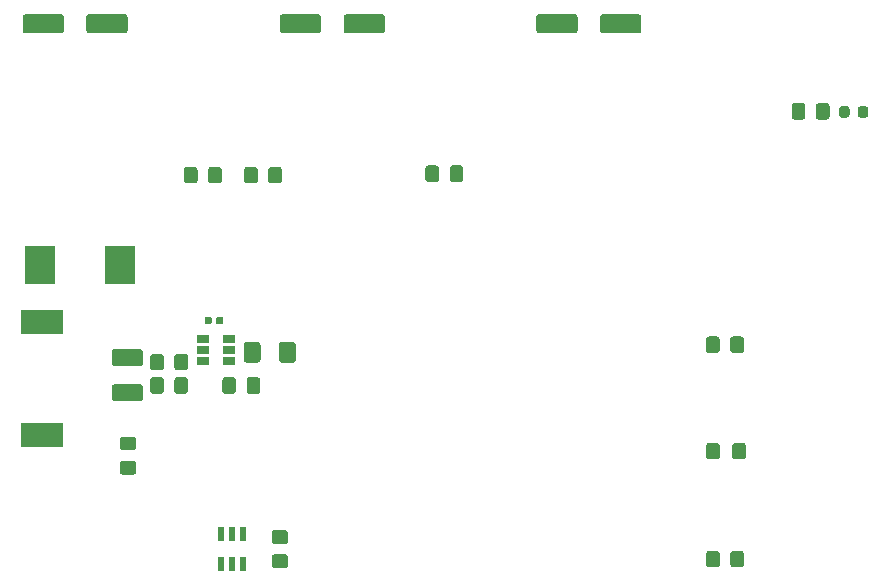
<source format=gbr>
G04 #@! TF.GenerationSoftware,KiCad,Pcbnew,5.1.5*
G04 #@! TF.CreationDate,2020-07-04T13:20:11+02:00*
G04 #@! TF.ProjectId,GECAUF,47454341-5546-42e6-9b69-6361645f7063,1.0*
G04 #@! TF.SameCoordinates,Original*
G04 #@! TF.FileFunction,Paste,Top*
G04 #@! TF.FilePolarity,Positive*
%FSLAX46Y46*%
G04 Gerber Fmt 4.6, Leading zero omitted, Abs format (unit mm)*
G04 Created by KiCad (PCBNEW 5.1.5) date 2020-07-04 13:20:11*
%MOMM*%
%LPD*%
G04 APERTURE LIST*
%ADD10C,0.100000*%
%ADD11R,2.500000X3.300000*%
%ADD12R,3.600000X2.000000*%
%ADD13R,1.060000X0.650000*%
%ADD14R,0.580000X1.210000*%
G04 APERTURE END LIST*
D10*
G36*
X169901905Y-121526004D02*
G01*
X169926173Y-121529604D01*
X169949972Y-121535565D01*
X169973071Y-121543830D01*
X169995250Y-121554320D01*
X170016293Y-121566932D01*
X170035999Y-121581547D01*
X170054177Y-121598023D01*
X170070653Y-121616201D01*
X170085268Y-121635907D01*
X170097880Y-121656950D01*
X170108370Y-121679129D01*
X170116635Y-121702228D01*
X170122596Y-121726027D01*
X170126196Y-121750295D01*
X170127400Y-121774799D01*
X170127400Y-122674801D01*
X170126196Y-122699305D01*
X170122596Y-122723573D01*
X170116635Y-122747372D01*
X170108370Y-122770471D01*
X170097880Y-122792650D01*
X170085268Y-122813693D01*
X170070653Y-122833399D01*
X170054177Y-122851577D01*
X170035999Y-122868053D01*
X170016293Y-122882668D01*
X169995250Y-122895280D01*
X169973071Y-122905770D01*
X169949972Y-122914035D01*
X169926173Y-122919996D01*
X169901905Y-122923596D01*
X169877401Y-122924800D01*
X169227399Y-122924800D01*
X169202895Y-122923596D01*
X169178627Y-122919996D01*
X169154828Y-122914035D01*
X169131729Y-122905770D01*
X169109550Y-122895280D01*
X169088507Y-122882668D01*
X169068801Y-122868053D01*
X169050623Y-122851577D01*
X169034147Y-122833399D01*
X169019532Y-122813693D01*
X169006920Y-122792650D01*
X168996430Y-122770471D01*
X168988165Y-122747372D01*
X168982204Y-122723573D01*
X168978604Y-122699305D01*
X168977400Y-122674801D01*
X168977400Y-121774799D01*
X168978604Y-121750295D01*
X168982204Y-121726027D01*
X168988165Y-121702228D01*
X168996430Y-121679129D01*
X169006920Y-121656950D01*
X169019532Y-121635907D01*
X169034147Y-121616201D01*
X169050623Y-121598023D01*
X169068801Y-121581547D01*
X169088507Y-121566932D01*
X169109550Y-121554320D01*
X169131729Y-121543830D01*
X169154828Y-121535565D01*
X169178627Y-121529604D01*
X169202895Y-121526004D01*
X169227399Y-121524800D01*
X169877401Y-121524800D01*
X169901905Y-121526004D01*
G37*
G36*
X171951905Y-121526004D02*
G01*
X171976173Y-121529604D01*
X171999972Y-121535565D01*
X172023071Y-121543830D01*
X172045250Y-121554320D01*
X172066293Y-121566932D01*
X172085999Y-121581547D01*
X172104177Y-121598023D01*
X172120653Y-121616201D01*
X172135268Y-121635907D01*
X172147880Y-121656950D01*
X172158370Y-121679129D01*
X172166635Y-121702228D01*
X172172596Y-121726027D01*
X172176196Y-121750295D01*
X172177400Y-121774799D01*
X172177400Y-122674801D01*
X172176196Y-122699305D01*
X172172596Y-122723573D01*
X172166635Y-122747372D01*
X172158370Y-122770471D01*
X172147880Y-122792650D01*
X172135268Y-122813693D01*
X172120653Y-122833399D01*
X172104177Y-122851577D01*
X172085999Y-122868053D01*
X172066293Y-122882668D01*
X172045250Y-122895280D01*
X172023071Y-122905770D01*
X171999972Y-122914035D01*
X171976173Y-122919996D01*
X171951905Y-122923596D01*
X171927401Y-122924800D01*
X171277399Y-122924800D01*
X171252895Y-122923596D01*
X171228627Y-122919996D01*
X171204828Y-122914035D01*
X171181729Y-122905770D01*
X171159550Y-122895280D01*
X171138507Y-122882668D01*
X171118801Y-122868053D01*
X171100623Y-122851577D01*
X171084147Y-122833399D01*
X171069532Y-122813693D01*
X171056920Y-122792650D01*
X171046430Y-122770471D01*
X171038165Y-122747372D01*
X171032204Y-122723573D01*
X171028604Y-122699305D01*
X171027400Y-122674801D01*
X171027400Y-121774799D01*
X171028604Y-121750295D01*
X171032204Y-121726027D01*
X171038165Y-121702228D01*
X171046430Y-121679129D01*
X171056920Y-121656950D01*
X171069532Y-121635907D01*
X171084147Y-121616201D01*
X171100623Y-121598023D01*
X171118801Y-121581547D01*
X171138507Y-121566932D01*
X171159550Y-121554320D01*
X171181729Y-121543830D01*
X171204828Y-121535565D01*
X171228627Y-121529604D01*
X171252895Y-121526004D01*
X171277399Y-121524800D01*
X171927401Y-121524800D01*
X171951905Y-121526004D01*
G37*
G36*
X123777004Y-141747204D02*
G01*
X123801273Y-141750804D01*
X123825071Y-141756765D01*
X123848171Y-141765030D01*
X123870349Y-141775520D01*
X123891393Y-141788133D01*
X123911098Y-141802747D01*
X123929277Y-141819223D01*
X123945753Y-141837402D01*
X123960367Y-141857107D01*
X123972980Y-141878151D01*
X123983470Y-141900329D01*
X123991735Y-141923429D01*
X123997696Y-141947227D01*
X124001296Y-141971496D01*
X124002500Y-141996000D01*
X124002500Y-143246000D01*
X124001296Y-143270504D01*
X123997696Y-143294773D01*
X123991735Y-143318571D01*
X123983470Y-143341671D01*
X123972980Y-143363849D01*
X123960367Y-143384893D01*
X123945753Y-143404598D01*
X123929277Y-143422777D01*
X123911098Y-143439253D01*
X123891393Y-143453867D01*
X123870349Y-143466480D01*
X123848171Y-143476970D01*
X123825071Y-143485235D01*
X123801273Y-143491196D01*
X123777004Y-143494796D01*
X123752500Y-143496000D01*
X122827500Y-143496000D01*
X122802996Y-143494796D01*
X122778727Y-143491196D01*
X122754929Y-143485235D01*
X122731829Y-143476970D01*
X122709651Y-143466480D01*
X122688607Y-143453867D01*
X122668902Y-143439253D01*
X122650723Y-143422777D01*
X122634247Y-143404598D01*
X122619633Y-143384893D01*
X122607020Y-143363849D01*
X122596530Y-143341671D01*
X122588265Y-143318571D01*
X122582304Y-143294773D01*
X122578704Y-143270504D01*
X122577500Y-143246000D01*
X122577500Y-141996000D01*
X122578704Y-141971496D01*
X122582304Y-141947227D01*
X122588265Y-141923429D01*
X122596530Y-141900329D01*
X122607020Y-141878151D01*
X122619633Y-141857107D01*
X122634247Y-141837402D01*
X122650723Y-141819223D01*
X122668902Y-141802747D01*
X122688607Y-141788133D01*
X122709651Y-141775520D01*
X122731829Y-141765030D01*
X122754929Y-141756765D01*
X122778727Y-141750804D01*
X122802996Y-141747204D01*
X122827500Y-141746000D01*
X123752500Y-141746000D01*
X123777004Y-141747204D01*
G37*
G36*
X126752004Y-141747204D02*
G01*
X126776273Y-141750804D01*
X126800071Y-141756765D01*
X126823171Y-141765030D01*
X126845349Y-141775520D01*
X126866393Y-141788133D01*
X126886098Y-141802747D01*
X126904277Y-141819223D01*
X126920753Y-141837402D01*
X126935367Y-141857107D01*
X126947980Y-141878151D01*
X126958470Y-141900329D01*
X126966735Y-141923429D01*
X126972696Y-141947227D01*
X126976296Y-141971496D01*
X126977500Y-141996000D01*
X126977500Y-143246000D01*
X126976296Y-143270504D01*
X126972696Y-143294773D01*
X126966735Y-143318571D01*
X126958470Y-143341671D01*
X126947980Y-143363849D01*
X126935367Y-143384893D01*
X126920753Y-143404598D01*
X126904277Y-143422777D01*
X126886098Y-143439253D01*
X126866393Y-143453867D01*
X126845349Y-143466480D01*
X126823171Y-143476970D01*
X126800071Y-143485235D01*
X126776273Y-143491196D01*
X126752004Y-143494796D01*
X126727500Y-143496000D01*
X125802500Y-143496000D01*
X125777996Y-143494796D01*
X125753727Y-143491196D01*
X125729929Y-143485235D01*
X125706829Y-143476970D01*
X125684651Y-143466480D01*
X125663607Y-143453867D01*
X125643902Y-143439253D01*
X125625723Y-143422777D01*
X125609247Y-143404598D01*
X125594633Y-143384893D01*
X125582020Y-143363849D01*
X125571530Y-143341671D01*
X125563265Y-143318571D01*
X125557304Y-143294773D01*
X125553704Y-143270504D01*
X125552500Y-143246000D01*
X125552500Y-141996000D01*
X125553704Y-141971496D01*
X125557304Y-141947227D01*
X125563265Y-141923429D01*
X125571530Y-141900329D01*
X125582020Y-141878151D01*
X125594633Y-141857107D01*
X125609247Y-141837402D01*
X125625723Y-141819223D01*
X125643902Y-141802747D01*
X125663607Y-141788133D01*
X125684651Y-141775520D01*
X125706829Y-141765030D01*
X125729929Y-141756765D01*
X125753727Y-141750804D01*
X125777996Y-141747204D01*
X125802500Y-141746000D01*
X126727500Y-141746000D01*
X126752004Y-141747204D01*
G37*
G36*
X119727658Y-139619470D02*
G01*
X119741976Y-139621594D01*
X119756017Y-139625111D01*
X119769646Y-139629988D01*
X119782731Y-139636177D01*
X119795147Y-139643618D01*
X119806773Y-139652241D01*
X119817498Y-139661962D01*
X119827219Y-139672687D01*
X119835842Y-139684313D01*
X119843283Y-139696729D01*
X119849472Y-139709814D01*
X119854349Y-139723443D01*
X119857866Y-139737484D01*
X119859990Y-139751802D01*
X119860700Y-139766260D01*
X119860700Y-140111260D01*
X119859990Y-140125718D01*
X119857866Y-140140036D01*
X119854349Y-140154077D01*
X119849472Y-140167706D01*
X119843283Y-140180791D01*
X119835842Y-140193207D01*
X119827219Y-140204833D01*
X119817498Y-140215558D01*
X119806773Y-140225279D01*
X119795147Y-140233902D01*
X119782731Y-140241343D01*
X119769646Y-140247532D01*
X119756017Y-140252409D01*
X119741976Y-140255926D01*
X119727658Y-140258050D01*
X119713200Y-140258760D01*
X119418200Y-140258760D01*
X119403742Y-140258050D01*
X119389424Y-140255926D01*
X119375383Y-140252409D01*
X119361754Y-140247532D01*
X119348669Y-140241343D01*
X119336253Y-140233902D01*
X119324627Y-140225279D01*
X119313902Y-140215558D01*
X119304181Y-140204833D01*
X119295558Y-140193207D01*
X119288117Y-140180791D01*
X119281928Y-140167706D01*
X119277051Y-140154077D01*
X119273534Y-140140036D01*
X119271410Y-140125718D01*
X119270700Y-140111260D01*
X119270700Y-139766260D01*
X119271410Y-139751802D01*
X119273534Y-139737484D01*
X119277051Y-139723443D01*
X119281928Y-139709814D01*
X119288117Y-139696729D01*
X119295558Y-139684313D01*
X119304181Y-139672687D01*
X119313902Y-139661962D01*
X119324627Y-139652241D01*
X119336253Y-139643618D01*
X119348669Y-139636177D01*
X119361754Y-139629988D01*
X119375383Y-139625111D01*
X119389424Y-139621594D01*
X119403742Y-139619470D01*
X119418200Y-139618760D01*
X119713200Y-139618760D01*
X119727658Y-139619470D01*
G37*
G36*
X120697658Y-139619470D02*
G01*
X120711976Y-139621594D01*
X120726017Y-139625111D01*
X120739646Y-139629988D01*
X120752731Y-139636177D01*
X120765147Y-139643618D01*
X120776773Y-139652241D01*
X120787498Y-139661962D01*
X120797219Y-139672687D01*
X120805842Y-139684313D01*
X120813283Y-139696729D01*
X120819472Y-139709814D01*
X120824349Y-139723443D01*
X120827866Y-139737484D01*
X120829990Y-139751802D01*
X120830700Y-139766260D01*
X120830700Y-140111260D01*
X120829990Y-140125718D01*
X120827866Y-140140036D01*
X120824349Y-140154077D01*
X120819472Y-140167706D01*
X120813283Y-140180791D01*
X120805842Y-140193207D01*
X120797219Y-140204833D01*
X120787498Y-140215558D01*
X120776773Y-140225279D01*
X120765147Y-140233902D01*
X120752731Y-140241343D01*
X120739646Y-140247532D01*
X120726017Y-140252409D01*
X120711976Y-140255926D01*
X120697658Y-140258050D01*
X120683200Y-140258760D01*
X120388200Y-140258760D01*
X120373742Y-140258050D01*
X120359424Y-140255926D01*
X120345383Y-140252409D01*
X120331754Y-140247532D01*
X120318669Y-140241343D01*
X120306253Y-140233902D01*
X120294627Y-140225279D01*
X120283902Y-140215558D01*
X120274181Y-140204833D01*
X120265558Y-140193207D01*
X120258117Y-140180791D01*
X120251928Y-140167706D01*
X120247051Y-140154077D01*
X120243534Y-140140036D01*
X120241410Y-140125718D01*
X120240700Y-140111260D01*
X120240700Y-139766260D01*
X120241410Y-139751802D01*
X120243534Y-139737484D01*
X120247051Y-139723443D01*
X120251928Y-139709814D01*
X120258117Y-139696729D01*
X120265558Y-139684313D01*
X120274181Y-139672687D01*
X120283902Y-139661962D01*
X120294627Y-139652241D01*
X120306253Y-139643618D01*
X120318669Y-139636177D01*
X120331754Y-139629988D01*
X120345383Y-139625111D01*
X120359424Y-139621594D01*
X120373742Y-139619470D01*
X120388200Y-139618760D01*
X120683200Y-139618760D01*
X120697658Y-139619470D01*
G37*
G36*
X113812004Y-145338704D02*
G01*
X113836273Y-145342304D01*
X113860071Y-145348265D01*
X113883171Y-145356530D01*
X113905349Y-145367020D01*
X113926393Y-145379633D01*
X113946098Y-145394247D01*
X113964277Y-145410723D01*
X113980753Y-145428902D01*
X113995367Y-145448607D01*
X114007980Y-145469651D01*
X114018470Y-145491829D01*
X114026735Y-145514929D01*
X114032696Y-145538727D01*
X114036296Y-145562996D01*
X114037500Y-145587500D01*
X114037500Y-146512500D01*
X114036296Y-146537004D01*
X114032696Y-146561273D01*
X114026735Y-146585071D01*
X114018470Y-146608171D01*
X114007980Y-146630349D01*
X113995367Y-146651393D01*
X113980753Y-146671098D01*
X113964277Y-146689277D01*
X113946098Y-146705753D01*
X113926393Y-146720367D01*
X113905349Y-146732980D01*
X113883171Y-146743470D01*
X113860071Y-146751735D01*
X113836273Y-146757696D01*
X113812004Y-146761296D01*
X113787500Y-146762500D01*
X111637500Y-146762500D01*
X111612996Y-146761296D01*
X111588727Y-146757696D01*
X111564929Y-146751735D01*
X111541829Y-146743470D01*
X111519651Y-146732980D01*
X111498607Y-146720367D01*
X111478902Y-146705753D01*
X111460723Y-146689277D01*
X111444247Y-146671098D01*
X111429633Y-146651393D01*
X111417020Y-146630349D01*
X111406530Y-146608171D01*
X111398265Y-146585071D01*
X111392304Y-146561273D01*
X111388704Y-146537004D01*
X111387500Y-146512500D01*
X111387500Y-145587500D01*
X111388704Y-145562996D01*
X111392304Y-145538727D01*
X111398265Y-145514929D01*
X111406530Y-145491829D01*
X111417020Y-145469651D01*
X111429633Y-145448607D01*
X111444247Y-145428902D01*
X111460723Y-145410723D01*
X111478902Y-145394247D01*
X111498607Y-145379633D01*
X111519651Y-145367020D01*
X111541829Y-145356530D01*
X111564929Y-145348265D01*
X111588727Y-145342304D01*
X111612996Y-145338704D01*
X111637500Y-145337500D01*
X113787500Y-145337500D01*
X113812004Y-145338704D01*
G37*
G36*
X113812004Y-142363704D02*
G01*
X113836273Y-142367304D01*
X113860071Y-142373265D01*
X113883171Y-142381530D01*
X113905349Y-142392020D01*
X113926393Y-142404633D01*
X113946098Y-142419247D01*
X113964277Y-142435723D01*
X113980753Y-142453902D01*
X113995367Y-142473607D01*
X114007980Y-142494651D01*
X114018470Y-142516829D01*
X114026735Y-142539929D01*
X114032696Y-142563727D01*
X114036296Y-142587996D01*
X114037500Y-142612500D01*
X114037500Y-143537500D01*
X114036296Y-143562004D01*
X114032696Y-143586273D01*
X114026735Y-143610071D01*
X114018470Y-143633171D01*
X114007980Y-143655349D01*
X113995367Y-143676393D01*
X113980753Y-143696098D01*
X113964277Y-143714277D01*
X113946098Y-143730753D01*
X113926393Y-143745367D01*
X113905349Y-143757980D01*
X113883171Y-143768470D01*
X113860071Y-143776735D01*
X113836273Y-143782696D01*
X113812004Y-143786296D01*
X113787500Y-143787500D01*
X111637500Y-143787500D01*
X111612996Y-143786296D01*
X111588727Y-143782696D01*
X111564929Y-143776735D01*
X111541829Y-143768470D01*
X111519651Y-143757980D01*
X111498607Y-143745367D01*
X111478902Y-143730753D01*
X111460723Y-143714277D01*
X111444247Y-143696098D01*
X111429633Y-143676393D01*
X111417020Y-143655349D01*
X111406530Y-143633171D01*
X111398265Y-143610071D01*
X111392304Y-143586273D01*
X111388704Y-143562004D01*
X111387500Y-143537500D01*
X111387500Y-142612500D01*
X111388704Y-142587996D01*
X111392304Y-142563727D01*
X111398265Y-142539929D01*
X111406530Y-142516829D01*
X111417020Y-142494651D01*
X111429633Y-142473607D01*
X111444247Y-142453902D01*
X111460723Y-142435723D01*
X111478902Y-142419247D01*
X111498607Y-142404633D01*
X111519651Y-142392020D01*
X111541829Y-142381530D01*
X111564929Y-142373265D01*
X111588727Y-142367304D01*
X111612996Y-142363704D01*
X111637500Y-142362500D01*
X113787500Y-142362500D01*
X113812004Y-142363704D01*
G37*
G36*
X150622504Y-114009204D02*
G01*
X150646773Y-114012804D01*
X150670571Y-114018765D01*
X150693671Y-114027030D01*
X150715849Y-114037520D01*
X150736893Y-114050133D01*
X150756598Y-114064747D01*
X150774777Y-114081223D01*
X150791253Y-114099402D01*
X150805867Y-114119107D01*
X150818480Y-114140151D01*
X150828970Y-114162329D01*
X150837235Y-114185429D01*
X150843196Y-114209227D01*
X150846796Y-114233496D01*
X150848000Y-114258000D01*
X150848000Y-115358000D01*
X150846796Y-115382504D01*
X150843196Y-115406773D01*
X150837235Y-115430571D01*
X150828970Y-115453671D01*
X150818480Y-115475849D01*
X150805867Y-115496893D01*
X150791253Y-115516598D01*
X150774777Y-115534777D01*
X150756598Y-115551253D01*
X150736893Y-115565867D01*
X150715849Y-115578480D01*
X150693671Y-115588970D01*
X150670571Y-115597235D01*
X150646773Y-115603196D01*
X150622504Y-115606796D01*
X150598000Y-115608000D01*
X147598000Y-115608000D01*
X147573496Y-115606796D01*
X147549227Y-115603196D01*
X147525429Y-115597235D01*
X147502329Y-115588970D01*
X147480151Y-115578480D01*
X147459107Y-115565867D01*
X147439402Y-115551253D01*
X147421223Y-115534777D01*
X147404747Y-115516598D01*
X147390133Y-115496893D01*
X147377520Y-115475849D01*
X147367030Y-115453671D01*
X147358765Y-115430571D01*
X147352804Y-115406773D01*
X147349204Y-115382504D01*
X147348000Y-115358000D01*
X147348000Y-114258000D01*
X147349204Y-114233496D01*
X147352804Y-114209227D01*
X147358765Y-114185429D01*
X147367030Y-114162329D01*
X147377520Y-114140151D01*
X147390133Y-114119107D01*
X147404747Y-114099402D01*
X147421223Y-114081223D01*
X147439402Y-114064747D01*
X147459107Y-114050133D01*
X147480151Y-114037520D01*
X147502329Y-114027030D01*
X147525429Y-114018765D01*
X147549227Y-114012804D01*
X147573496Y-114009204D01*
X147598000Y-114008000D01*
X150598000Y-114008000D01*
X150622504Y-114009204D01*
G37*
G36*
X156022504Y-114009204D02*
G01*
X156046773Y-114012804D01*
X156070571Y-114018765D01*
X156093671Y-114027030D01*
X156115849Y-114037520D01*
X156136893Y-114050133D01*
X156156598Y-114064747D01*
X156174777Y-114081223D01*
X156191253Y-114099402D01*
X156205867Y-114119107D01*
X156218480Y-114140151D01*
X156228970Y-114162329D01*
X156237235Y-114185429D01*
X156243196Y-114209227D01*
X156246796Y-114233496D01*
X156248000Y-114258000D01*
X156248000Y-115358000D01*
X156246796Y-115382504D01*
X156243196Y-115406773D01*
X156237235Y-115430571D01*
X156228970Y-115453671D01*
X156218480Y-115475849D01*
X156205867Y-115496893D01*
X156191253Y-115516598D01*
X156174777Y-115534777D01*
X156156598Y-115551253D01*
X156136893Y-115565867D01*
X156115849Y-115578480D01*
X156093671Y-115588970D01*
X156070571Y-115597235D01*
X156046773Y-115603196D01*
X156022504Y-115606796D01*
X155998000Y-115608000D01*
X152998000Y-115608000D01*
X152973496Y-115606796D01*
X152949227Y-115603196D01*
X152925429Y-115597235D01*
X152902329Y-115588970D01*
X152880151Y-115578480D01*
X152859107Y-115565867D01*
X152839402Y-115551253D01*
X152821223Y-115534777D01*
X152804747Y-115516598D01*
X152790133Y-115496893D01*
X152777520Y-115475849D01*
X152767030Y-115453671D01*
X152758765Y-115430571D01*
X152752804Y-115406773D01*
X152749204Y-115382504D01*
X152748000Y-115358000D01*
X152748000Y-114258000D01*
X152749204Y-114233496D01*
X152752804Y-114209227D01*
X152758765Y-114185429D01*
X152767030Y-114162329D01*
X152777520Y-114140151D01*
X152790133Y-114119107D01*
X152804747Y-114099402D01*
X152821223Y-114081223D01*
X152839402Y-114064747D01*
X152859107Y-114050133D01*
X152880151Y-114037520D01*
X152902329Y-114027030D01*
X152925429Y-114018765D01*
X152949227Y-114012804D01*
X152973496Y-114009204D01*
X152998000Y-114008000D01*
X155998000Y-114008000D01*
X156022504Y-114009204D01*
G37*
G36*
X134305504Y-114009204D02*
G01*
X134329773Y-114012804D01*
X134353571Y-114018765D01*
X134376671Y-114027030D01*
X134398849Y-114037520D01*
X134419893Y-114050133D01*
X134439598Y-114064747D01*
X134457777Y-114081223D01*
X134474253Y-114099402D01*
X134488867Y-114119107D01*
X134501480Y-114140151D01*
X134511970Y-114162329D01*
X134520235Y-114185429D01*
X134526196Y-114209227D01*
X134529796Y-114233496D01*
X134531000Y-114258000D01*
X134531000Y-115358000D01*
X134529796Y-115382504D01*
X134526196Y-115406773D01*
X134520235Y-115430571D01*
X134511970Y-115453671D01*
X134501480Y-115475849D01*
X134488867Y-115496893D01*
X134474253Y-115516598D01*
X134457777Y-115534777D01*
X134439598Y-115551253D01*
X134419893Y-115565867D01*
X134398849Y-115578480D01*
X134376671Y-115588970D01*
X134353571Y-115597235D01*
X134329773Y-115603196D01*
X134305504Y-115606796D01*
X134281000Y-115608000D01*
X131281000Y-115608000D01*
X131256496Y-115606796D01*
X131232227Y-115603196D01*
X131208429Y-115597235D01*
X131185329Y-115588970D01*
X131163151Y-115578480D01*
X131142107Y-115565867D01*
X131122402Y-115551253D01*
X131104223Y-115534777D01*
X131087747Y-115516598D01*
X131073133Y-115496893D01*
X131060520Y-115475849D01*
X131050030Y-115453671D01*
X131041765Y-115430571D01*
X131035804Y-115406773D01*
X131032204Y-115382504D01*
X131031000Y-115358000D01*
X131031000Y-114258000D01*
X131032204Y-114233496D01*
X131035804Y-114209227D01*
X131041765Y-114185429D01*
X131050030Y-114162329D01*
X131060520Y-114140151D01*
X131073133Y-114119107D01*
X131087747Y-114099402D01*
X131104223Y-114081223D01*
X131122402Y-114064747D01*
X131142107Y-114050133D01*
X131163151Y-114037520D01*
X131185329Y-114027030D01*
X131208429Y-114018765D01*
X131232227Y-114012804D01*
X131256496Y-114009204D01*
X131281000Y-114008000D01*
X134281000Y-114008000D01*
X134305504Y-114009204D01*
G37*
G36*
X128905504Y-114009204D02*
G01*
X128929773Y-114012804D01*
X128953571Y-114018765D01*
X128976671Y-114027030D01*
X128998849Y-114037520D01*
X129019893Y-114050133D01*
X129039598Y-114064747D01*
X129057777Y-114081223D01*
X129074253Y-114099402D01*
X129088867Y-114119107D01*
X129101480Y-114140151D01*
X129111970Y-114162329D01*
X129120235Y-114185429D01*
X129126196Y-114209227D01*
X129129796Y-114233496D01*
X129131000Y-114258000D01*
X129131000Y-115358000D01*
X129129796Y-115382504D01*
X129126196Y-115406773D01*
X129120235Y-115430571D01*
X129111970Y-115453671D01*
X129101480Y-115475849D01*
X129088867Y-115496893D01*
X129074253Y-115516598D01*
X129057777Y-115534777D01*
X129039598Y-115551253D01*
X129019893Y-115565867D01*
X128998849Y-115578480D01*
X128976671Y-115588970D01*
X128953571Y-115597235D01*
X128929773Y-115603196D01*
X128905504Y-115606796D01*
X128881000Y-115608000D01*
X125881000Y-115608000D01*
X125856496Y-115606796D01*
X125832227Y-115603196D01*
X125808429Y-115597235D01*
X125785329Y-115588970D01*
X125763151Y-115578480D01*
X125742107Y-115565867D01*
X125722402Y-115551253D01*
X125704223Y-115534777D01*
X125687747Y-115516598D01*
X125673133Y-115496893D01*
X125660520Y-115475849D01*
X125650030Y-115453671D01*
X125641765Y-115430571D01*
X125635804Y-115406773D01*
X125632204Y-115382504D01*
X125631000Y-115358000D01*
X125631000Y-114258000D01*
X125632204Y-114233496D01*
X125635804Y-114209227D01*
X125641765Y-114185429D01*
X125650030Y-114162329D01*
X125660520Y-114140151D01*
X125673133Y-114119107D01*
X125687747Y-114099402D01*
X125704223Y-114081223D01*
X125722402Y-114064747D01*
X125742107Y-114050133D01*
X125763151Y-114037520D01*
X125785329Y-114027030D01*
X125808429Y-114018765D01*
X125832227Y-114012804D01*
X125856496Y-114009204D01*
X125881000Y-114008000D01*
X128881000Y-114008000D01*
X128905504Y-114009204D01*
G37*
G36*
X107122504Y-114009204D02*
G01*
X107146773Y-114012804D01*
X107170571Y-114018765D01*
X107193671Y-114027030D01*
X107215849Y-114037520D01*
X107236893Y-114050133D01*
X107256598Y-114064747D01*
X107274777Y-114081223D01*
X107291253Y-114099402D01*
X107305867Y-114119107D01*
X107318480Y-114140151D01*
X107328970Y-114162329D01*
X107337235Y-114185429D01*
X107343196Y-114209227D01*
X107346796Y-114233496D01*
X107348000Y-114258000D01*
X107348000Y-115358000D01*
X107346796Y-115382504D01*
X107343196Y-115406773D01*
X107337235Y-115430571D01*
X107328970Y-115453671D01*
X107318480Y-115475849D01*
X107305867Y-115496893D01*
X107291253Y-115516598D01*
X107274777Y-115534777D01*
X107256598Y-115551253D01*
X107236893Y-115565867D01*
X107215849Y-115578480D01*
X107193671Y-115588970D01*
X107170571Y-115597235D01*
X107146773Y-115603196D01*
X107122504Y-115606796D01*
X107098000Y-115608000D01*
X104098000Y-115608000D01*
X104073496Y-115606796D01*
X104049227Y-115603196D01*
X104025429Y-115597235D01*
X104002329Y-115588970D01*
X103980151Y-115578480D01*
X103959107Y-115565867D01*
X103939402Y-115551253D01*
X103921223Y-115534777D01*
X103904747Y-115516598D01*
X103890133Y-115496893D01*
X103877520Y-115475849D01*
X103867030Y-115453671D01*
X103858765Y-115430571D01*
X103852804Y-115406773D01*
X103849204Y-115382504D01*
X103848000Y-115358000D01*
X103848000Y-114258000D01*
X103849204Y-114233496D01*
X103852804Y-114209227D01*
X103858765Y-114185429D01*
X103867030Y-114162329D01*
X103877520Y-114140151D01*
X103890133Y-114119107D01*
X103904747Y-114099402D01*
X103921223Y-114081223D01*
X103939402Y-114064747D01*
X103959107Y-114050133D01*
X103980151Y-114037520D01*
X104002329Y-114027030D01*
X104025429Y-114018765D01*
X104049227Y-114012804D01*
X104073496Y-114009204D01*
X104098000Y-114008000D01*
X107098000Y-114008000D01*
X107122504Y-114009204D01*
G37*
G36*
X112522504Y-114009204D02*
G01*
X112546773Y-114012804D01*
X112570571Y-114018765D01*
X112593671Y-114027030D01*
X112615849Y-114037520D01*
X112636893Y-114050133D01*
X112656598Y-114064747D01*
X112674777Y-114081223D01*
X112691253Y-114099402D01*
X112705867Y-114119107D01*
X112718480Y-114140151D01*
X112728970Y-114162329D01*
X112737235Y-114185429D01*
X112743196Y-114209227D01*
X112746796Y-114233496D01*
X112748000Y-114258000D01*
X112748000Y-115358000D01*
X112746796Y-115382504D01*
X112743196Y-115406773D01*
X112737235Y-115430571D01*
X112728970Y-115453671D01*
X112718480Y-115475849D01*
X112705867Y-115496893D01*
X112691253Y-115516598D01*
X112674777Y-115534777D01*
X112656598Y-115551253D01*
X112636893Y-115565867D01*
X112615849Y-115578480D01*
X112593671Y-115588970D01*
X112570571Y-115597235D01*
X112546773Y-115603196D01*
X112522504Y-115606796D01*
X112498000Y-115608000D01*
X109498000Y-115608000D01*
X109473496Y-115606796D01*
X109449227Y-115603196D01*
X109425429Y-115597235D01*
X109402329Y-115588970D01*
X109380151Y-115578480D01*
X109359107Y-115565867D01*
X109339402Y-115551253D01*
X109321223Y-115534777D01*
X109304747Y-115516598D01*
X109290133Y-115496893D01*
X109277520Y-115475849D01*
X109267030Y-115453671D01*
X109258765Y-115430571D01*
X109252804Y-115406773D01*
X109249204Y-115382504D01*
X109248000Y-115358000D01*
X109248000Y-114258000D01*
X109249204Y-114233496D01*
X109252804Y-114209227D01*
X109258765Y-114185429D01*
X109267030Y-114162329D01*
X109277520Y-114140151D01*
X109290133Y-114119107D01*
X109304747Y-114099402D01*
X109321223Y-114081223D01*
X109339402Y-114064747D01*
X109359107Y-114050133D01*
X109380151Y-114037520D01*
X109402329Y-114027030D01*
X109425429Y-114018765D01*
X109449227Y-114012804D01*
X109473496Y-114009204D01*
X109498000Y-114008000D01*
X112498000Y-114008000D01*
X112522504Y-114009204D01*
G37*
D11*
X105312000Y-135255000D03*
X112112000Y-135255000D03*
D10*
G36*
X175246391Y-121801653D02*
G01*
X175267626Y-121804803D01*
X175288450Y-121810019D01*
X175308662Y-121817251D01*
X175328068Y-121826430D01*
X175346481Y-121837466D01*
X175363724Y-121850254D01*
X175379630Y-121864670D01*
X175394046Y-121880576D01*
X175406834Y-121897819D01*
X175417870Y-121916232D01*
X175427049Y-121935638D01*
X175434281Y-121955850D01*
X175439497Y-121976674D01*
X175442647Y-121997909D01*
X175443700Y-122019350D01*
X175443700Y-122531850D01*
X175442647Y-122553291D01*
X175439497Y-122574526D01*
X175434281Y-122595350D01*
X175427049Y-122615562D01*
X175417870Y-122634968D01*
X175406834Y-122653381D01*
X175394046Y-122670624D01*
X175379630Y-122686530D01*
X175363724Y-122700946D01*
X175346481Y-122713734D01*
X175328068Y-122724770D01*
X175308662Y-122733949D01*
X175288450Y-122741181D01*
X175267626Y-122746397D01*
X175246391Y-122749547D01*
X175224950Y-122750600D01*
X174787450Y-122750600D01*
X174766009Y-122749547D01*
X174744774Y-122746397D01*
X174723950Y-122741181D01*
X174703738Y-122733949D01*
X174684332Y-122724770D01*
X174665919Y-122713734D01*
X174648676Y-122700946D01*
X174632770Y-122686530D01*
X174618354Y-122670624D01*
X174605566Y-122653381D01*
X174594530Y-122634968D01*
X174585351Y-122615562D01*
X174578119Y-122595350D01*
X174572903Y-122574526D01*
X174569753Y-122553291D01*
X174568700Y-122531850D01*
X174568700Y-122019350D01*
X174569753Y-121997909D01*
X174572903Y-121976674D01*
X174578119Y-121955850D01*
X174585351Y-121935638D01*
X174594530Y-121916232D01*
X174605566Y-121897819D01*
X174618354Y-121880576D01*
X174632770Y-121864670D01*
X174648676Y-121850254D01*
X174665919Y-121837466D01*
X174684332Y-121826430D01*
X174703738Y-121817251D01*
X174723950Y-121810019D01*
X174744774Y-121804803D01*
X174766009Y-121801653D01*
X174787450Y-121800600D01*
X175224950Y-121800600D01*
X175246391Y-121801653D01*
G37*
G36*
X173671391Y-121801653D02*
G01*
X173692626Y-121804803D01*
X173713450Y-121810019D01*
X173733662Y-121817251D01*
X173753068Y-121826430D01*
X173771481Y-121837466D01*
X173788724Y-121850254D01*
X173804630Y-121864670D01*
X173819046Y-121880576D01*
X173831834Y-121897819D01*
X173842870Y-121916232D01*
X173852049Y-121935638D01*
X173859281Y-121955850D01*
X173864497Y-121976674D01*
X173867647Y-121997909D01*
X173868700Y-122019350D01*
X173868700Y-122531850D01*
X173867647Y-122553291D01*
X173864497Y-122574526D01*
X173859281Y-122595350D01*
X173852049Y-122615562D01*
X173842870Y-122634968D01*
X173831834Y-122653381D01*
X173819046Y-122670624D01*
X173804630Y-122686530D01*
X173788724Y-122700946D01*
X173771481Y-122713734D01*
X173753068Y-122724770D01*
X173733662Y-122733949D01*
X173713450Y-122741181D01*
X173692626Y-122746397D01*
X173671391Y-122749547D01*
X173649950Y-122750600D01*
X173212450Y-122750600D01*
X173191009Y-122749547D01*
X173169774Y-122746397D01*
X173148950Y-122741181D01*
X173128738Y-122733949D01*
X173109332Y-122724770D01*
X173090919Y-122713734D01*
X173073676Y-122700946D01*
X173057770Y-122686530D01*
X173043354Y-122670624D01*
X173030566Y-122653381D01*
X173019530Y-122634968D01*
X173010351Y-122615562D01*
X173003119Y-122595350D01*
X172997903Y-122574526D01*
X172994753Y-122553291D01*
X172993700Y-122531850D01*
X172993700Y-122019350D01*
X172994753Y-121997909D01*
X172997903Y-121976674D01*
X173003119Y-121955850D01*
X173010351Y-121935638D01*
X173019530Y-121916232D01*
X173030566Y-121897819D01*
X173043354Y-121880576D01*
X173057770Y-121864670D01*
X173073676Y-121850254D01*
X173090919Y-121837466D01*
X173109332Y-121826430D01*
X173128738Y-121817251D01*
X173148950Y-121810019D01*
X173169774Y-121804803D01*
X173191009Y-121801653D01*
X173212450Y-121800600D01*
X173649950Y-121800600D01*
X173671391Y-121801653D01*
G37*
D12*
X105537000Y-140056000D03*
X105537000Y-149606000D03*
D10*
G36*
X121698005Y-144741604D02*
G01*
X121722273Y-144745204D01*
X121746072Y-144751165D01*
X121769171Y-144759430D01*
X121791350Y-144769920D01*
X121812393Y-144782532D01*
X121832099Y-144797147D01*
X121850277Y-144813623D01*
X121866753Y-144831801D01*
X121881368Y-144851507D01*
X121893980Y-144872550D01*
X121904470Y-144894729D01*
X121912735Y-144917828D01*
X121918696Y-144941627D01*
X121922296Y-144965895D01*
X121923500Y-144990399D01*
X121923500Y-145890401D01*
X121922296Y-145914905D01*
X121918696Y-145939173D01*
X121912735Y-145962972D01*
X121904470Y-145986071D01*
X121893980Y-146008250D01*
X121881368Y-146029293D01*
X121866753Y-146048999D01*
X121850277Y-146067177D01*
X121832099Y-146083653D01*
X121812393Y-146098268D01*
X121791350Y-146110880D01*
X121769171Y-146121370D01*
X121746072Y-146129635D01*
X121722273Y-146135596D01*
X121698005Y-146139196D01*
X121673501Y-146140400D01*
X121023499Y-146140400D01*
X120998995Y-146139196D01*
X120974727Y-146135596D01*
X120950928Y-146129635D01*
X120927829Y-146121370D01*
X120905650Y-146110880D01*
X120884607Y-146098268D01*
X120864901Y-146083653D01*
X120846723Y-146067177D01*
X120830247Y-146048999D01*
X120815632Y-146029293D01*
X120803020Y-146008250D01*
X120792530Y-145986071D01*
X120784265Y-145962972D01*
X120778304Y-145939173D01*
X120774704Y-145914905D01*
X120773500Y-145890401D01*
X120773500Y-144990399D01*
X120774704Y-144965895D01*
X120778304Y-144941627D01*
X120784265Y-144917828D01*
X120792530Y-144894729D01*
X120803020Y-144872550D01*
X120815632Y-144851507D01*
X120830247Y-144831801D01*
X120846723Y-144813623D01*
X120864901Y-144797147D01*
X120884607Y-144782532D01*
X120905650Y-144769920D01*
X120927829Y-144759430D01*
X120950928Y-144751165D01*
X120974727Y-144745204D01*
X120998995Y-144741604D01*
X121023499Y-144740400D01*
X121673501Y-144740400D01*
X121698005Y-144741604D01*
G37*
G36*
X123748005Y-144741604D02*
G01*
X123772273Y-144745204D01*
X123796072Y-144751165D01*
X123819171Y-144759430D01*
X123841350Y-144769920D01*
X123862393Y-144782532D01*
X123882099Y-144797147D01*
X123900277Y-144813623D01*
X123916753Y-144831801D01*
X123931368Y-144851507D01*
X123943980Y-144872550D01*
X123954470Y-144894729D01*
X123962735Y-144917828D01*
X123968696Y-144941627D01*
X123972296Y-144965895D01*
X123973500Y-144990399D01*
X123973500Y-145890401D01*
X123972296Y-145914905D01*
X123968696Y-145939173D01*
X123962735Y-145962972D01*
X123954470Y-145986071D01*
X123943980Y-146008250D01*
X123931368Y-146029293D01*
X123916753Y-146048999D01*
X123900277Y-146067177D01*
X123882099Y-146083653D01*
X123862393Y-146098268D01*
X123841350Y-146110880D01*
X123819171Y-146121370D01*
X123796072Y-146129635D01*
X123772273Y-146135596D01*
X123748005Y-146139196D01*
X123723501Y-146140400D01*
X123073499Y-146140400D01*
X123048995Y-146139196D01*
X123024727Y-146135596D01*
X123000928Y-146129635D01*
X122977829Y-146121370D01*
X122955650Y-146110880D01*
X122934607Y-146098268D01*
X122914901Y-146083653D01*
X122896723Y-146067177D01*
X122880247Y-146048999D01*
X122865632Y-146029293D01*
X122853020Y-146008250D01*
X122842530Y-145986071D01*
X122834265Y-145962972D01*
X122828304Y-145939173D01*
X122824704Y-145914905D01*
X122823500Y-145890401D01*
X122823500Y-144990399D01*
X122824704Y-144965895D01*
X122828304Y-144941627D01*
X122834265Y-144917828D01*
X122842530Y-144894729D01*
X122853020Y-144872550D01*
X122865632Y-144851507D01*
X122880247Y-144831801D01*
X122896723Y-144813623D01*
X122914901Y-144797147D01*
X122934607Y-144782532D01*
X122955650Y-144769920D01*
X122977829Y-144759430D01*
X123000928Y-144751165D01*
X123024727Y-144745204D01*
X123048995Y-144741604D01*
X123073499Y-144740400D01*
X123723501Y-144740400D01*
X123748005Y-144741604D01*
G37*
G36*
X126107985Y-157689684D02*
G01*
X126132253Y-157693284D01*
X126156052Y-157699245D01*
X126179151Y-157707510D01*
X126201330Y-157718000D01*
X126222373Y-157730612D01*
X126242079Y-157745227D01*
X126260257Y-157761703D01*
X126276733Y-157779881D01*
X126291348Y-157799587D01*
X126303960Y-157820630D01*
X126314450Y-157842809D01*
X126322715Y-157865908D01*
X126328676Y-157889707D01*
X126332276Y-157913975D01*
X126333480Y-157938479D01*
X126333480Y-158588481D01*
X126332276Y-158612985D01*
X126328676Y-158637253D01*
X126322715Y-158661052D01*
X126314450Y-158684151D01*
X126303960Y-158706330D01*
X126291348Y-158727373D01*
X126276733Y-158747079D01*
X126260257Y-158765257D01*
X126242079Y-158781733D01*
X126222373Y-158796348D01*
X126201330Y-158808960D01*
X126179151Y-158819450D01*
X126156052Y-158827715D01*
X126132253Y-158833676D01*
X126107985Y-158837276D01*
X126083481Y-158838480D01*
X125183479Y-158838480D01*
X125158975Y-158837276D01*
X125134707Y-158833676D01*
X125110908Y-158827715D01*
X125087809Y-158819450D01*
X125065630Y-158808960D01*
X125044587Y-158796348D01*
X125024881Y-158781733D01*
X125006703Y-158765257D01*
X124990227Y-158747079D01*
X124975612Y-158727373D01*
X124963000Y-158706330D01*
X124952510Y-158684151D01*
X124944245Y-158661052D01*
X124938284Y-158637253D01*
X124934684Y-158612985D01*
X124933480Y-158588481D01*
X124933480Y-157938479D01*
X124934684Y-157913975D01*
X124938284Y-157889707D01*
X124944245Y-157865908D01*
X124952510Y-157842809D01*
X124963000Y-157820630D01*
X124975612Y-157799587D01*
X124990227Y-157779881D01*
X125006703Y-157761703D01*
X125024881Y-157745227D01*
X125044587Y-157730612D01*
X125065630Y-157718000D01*
X125087809Y-157707510D01*
X125110908Y-157699245D01*
X125134707Y-157693284D01*
X125158975Y-157689684D01*
X125183479Y-157688480D01*
X126083481Y-157688480D01*
X126107985Y-157689684D01*
G37*
G36*
X126107985Y-159739684D02*
G01*
X126132253Y-159743284D01*
X126156052Y-159749245D01*
X126179151Y-159757510D01*
X126201330Y-159768000D01*
X126222373Y-159780612D01*
X126242079Y-159795227D01*
X126260257Y-159811703D01*
X126276733Y-159829881D01*
X126291348Y-159849587D01*
X126303960Y-159870630D01*
X126314450Y-159892809D01*
X126322715Y-159915908D01*
X126328676Y-159939707D01*
X126332276Y-159963975D01*
X126333480Y-159988479D01*
X126333480Y-160638481D01*
X126332276Y-160662985D01*
X126328676Y-160687253D01*
X126322715Y-160711052D01*
X126314450Y-160734151D01*
X126303960Y-160756330D01*
X126291348Y-160777373D01*
X126276733Y-160797079D01*
X126260257Y-160815257D01*
X126242079Y-160831733D01*
X126222373Y-160846348D01*
X126201330Y-160858960D01*
X126179151Y-160869450D01*
X126156052Y-160877715D01*
X126132253Y-160883676D01*
X126107985Y-160887276D01*
X126083481Y-160888480D01*
X125183479Y-160888480D01*
X125158975Y-160887276D01*
X125134707Y-160883676D01*
X125110908Y-160877715D01*
X125087809Y-160869450D01*
X125065630Y-160858960D01*
X125044587Y-160846348D01*
X125024881Y-160831733D01*
X125006703Y-160815257D01*
X124990227Y-160797079D01*
X124975612Y-160777373D01*
X124963000Y-160756330D01*
X124952510Y-160734151D01*
X124944245Y-160711052D01*
X124938284Y-160687253D01*
X124934684Y-160662985D01*
X124933480Y-160638481D01*
X124933480Y-159988479D01*
X124934684Y-159963975D01*
X124938284Y-159939707D01*
X124944245Y-159915908D01*
X124952510Y-159892809D01*
X124963000Y-159870630D01*
X124975612Y-159849587D01*
X124990227Y-159829881D01*
X125006703Y-159811703D01*
X125024881Y-159795227D01*
X125044587Y-159780612D01*
X125065630Y-159768000D01*
X125087809Y-159757510D01*
X125110908Y-159749245D01*
X125134707Y-159743284D01*
X125158975Y-159739684D01*
X125183479Y-159738480D01*
X126083481Y-159738480D01*
X126107985Y-159739684D01*
G37*
G36*
X117634005Y-144739204D02*
G01*
X117658273Y-144742804D01*
X117682072Y-144748765D01*
X117705171Y-144757030D01*
X117727350Y-144767520D01*
X117748393Y-144780132D01*
X117768099Y-144794747D01*
X117786277Y-144811223D01*
X117802753Y-144829401D01*
X117817368Y-144849107D01*
X117829980Y-144870150D01*
X117840470Y-144892329D01*
X117848735Y-144915428D01*
X117854696Y-144939227D01*
X117858296Y-144963495D01*
X117859500Y-144987999D01*
X117859500Y-145888001D01*
X117858296Y-145912505D01*
X117854696Y-145936773D01*
X117848735Y-145960572D01*
X117840470Y-145983671D01*
X117829980Y-146005850D01*
X117817368Y-146026893D01*
X117802753Y-146046599D01*
X117786277Y-146064777D01*
X117768099Y-146081253D01*
X117748393Y-146095868D01*
X117727350Y-146108480D01*
X117705171Y-146118970D01*
X117682072Y-146127235D01*
X117658273Y-146133196D01*
X117634005Y-146136796D01*
X117609501Y-146138000D01*
X116959499Y-146138000D01*
X116934995Y-146136796D01*
X116910727Y-146133196D01*
X116886928Y-146127235D01*
X116863829Y-146118970D01*
X116841650Y-146108480D01*
X116820607Y-146095868D01*
X116800901Y-146081253D01*
X116782723Y-146064777D01*
X116766247Y-146046599D01*
X116751632Y-146026893D01*
X116739020Y-146005850D01*
X116728530Y-145983671D01*
X116720265Y-145960572D01*
X116714304Y-145936773D01*
X116710704Y-145912505D01*
X116709500Y-145888001D01*
X116709500Y-144987999D01*
X116710704Y-144963495D01*
X116714304Y-144939227D01*
X116720265Y-144915428D01*
X116728530Y-144892329D01*
X116739020Y-144870150D01*
X116751632Y-144849107D01*
X116766247Y-144829401D01*
X116782723Y-144811223D01*
X116800901Y-144794747D01*
X116820607Y-144780132D01*
X116841650Y-144767520D01*
X116863829Y-144757030D01*
X116886928Y-144748765D01*
X116910727Y-144742804D01*
X116934995Y-144739204D01*
X116959499Y-144738000D01*
X117609501Y-144738000D01*
X117634005Y-144739204D01*
G37*
G36*
X115584005Y-144739204D02*
G01*
X115608273Y-144742804D01*
X115632072Y-144748765D01*
X115655171Y-144757030D01*
X115677350Y-144767520D01*
X115698393Y-144780132D01*
X115718099Y-144794747D01*
X115736277Y-144811223D01*
X115752753Y-144829401D01*
X115767368Y-144849107D01*
X115779980Y-144870150D01*
X115790470Y-144892329D01*
X115798735Y-144915428D01*
X115804696Y-144939227D01*
X115808296Y-144963495D01*
X115809500Y-144987999D01*
X115809500Y-145888001D01*
X115808296Y-145912505D01*
X115804696Y-145936773D01*
X115798735Y-145960572D01*
X115790470Y-145983671D01*
X115779980Y-146005850D01*
X115767368Y-146026893D01*
X115752753Y-146046599D01*
X115736277Y-146064777D01*
X115718099Y-146081253D01*
X115698393Y-146095868D01*
X115677350Y-146108480D01*
X115655171Y-146118970D01*
X115632072Y-146127235D01*
X115608273Y-146133196D01*
X115584005Y-146136796D01*
X115559501Y-146138000D01*
X114909499Y-146138000D01*
X114884995Y-146136796D01*
X114860727Y-146133196D01*
X114836928Y-146127235D01*
X114813829Y-146118970D01*
X114791650Y-146108480D01*
X114770607Y-146095868D01*
X114750901Y-146081253D01*
X114732723Y-146064777D01*
X114716247Y-146046599D01*
X114701632Y-146026893D01*
X114689020Y-146005850D01*
X114678530Y-145983671D01*
X114670265Y-145960572D01*
X114664304Y-145936773D01*
X114660704Y-145912505D01*
X114659500Y-145888001D01*
X114659500Y-144987999D01*
X114660704Y-144963495D01*
X114664304Y-144939227D01*
X114670265Y-144915428D01*
X114678530Y-144892329D01*
X114689020Y-144870150D01*
X114701632Y-144849107D01*
X114716247Y-144829401D01*
X114732723Y-144811223D01*
X114750901Y-144794747D01*
X114770607Y-144780132D01*
X114791650Y-144767520D01*
X114813829Y-144757030D01*
X114836928Y-144748765D01*
X114860727Y-144742804D01*
X114884995Y-144739204D01*
X114909499Y-144738000D01*
X115559501Y-144738000D01*
X115584005Y-144739204D01*
G37*
G36*
X115584005Y-142760404D02*
G01*
X115608273Y-142764004D01*
X115632072Y-142769965D01*
X115655171Y-142778230D01*
X115677350Y-142788720D01*
X115698393Y-142801332D01*
X115718099Y-142815947D01*
X115736277Y-142832423D01*
X115752753Y-142850601D01*
X115767368Y-142870307D01*
X115779980Y-142891350D01*
X115790470Y-142913529D01*
X115798735Y-142936628D01*
X115804696Y-142960427D01*
X115808296Y-142984695D01*
X115809500Y-143009199D01*
X115809500Y-143909201D01*
X115808296Y-143933705D01*
X115804696Y-143957973D01*
X115798735Y-143981772D01*
X115790470Y-144004871D01*
X115779980Y-144027050D01*
X115767368Y-144048093D01*
X115752753Y-144067799D01*
X115736277Y-144085977D01*
X115718099Y-144102453D01*
X115698393Y-144117068D01*
X115677350Y-144129680D01*
X115655171Y-144140170D01*
X115632072Y-144148435D01*
X115608273Y-144154396D01*
X115584005Y-144157996D01*
X115559501Y-144159200D01*
X114909499Y-144159200D01*
X114884995Y-144157996D01*
X114860727Y-144154396D01*
X114836928Y-144148435D01*
X114813829Y-144140170D01*
X114791650Y-144129680D01*
X114770607Y-144117068D01*
X114750901Y-144102453D01*
X114732723Y-144085977D01*
X114716247Y-144067799D01*
X114701632Y-144048093D01*
X114689020Y-144027050D01*
X114678530Y-144004871D01*
X114670265Y-143981772D01*
X114664304Y-143957973D01*
X114660704Y-143933705D01*
X114659500Y-143909201D01*
X114659500Y-143009199D01*
X114660704Y-142984695D01*
X114664304Y-142960427D01*
X114670265Y-142936628D01*
X114678530Y-142913529D01*
X114689020Y-142891350D01*
X114701632Y-142870307D01*
X114716247Y-142850601D01*
X114732723Y-142832423D01*
X114750901Y-142815947D01*
X114770607Y-142801332D01*
X114791650Y-142788720D01*
X114813829Y-142778230D01*
X114836928Y-142769965D01*
X114860727Y-142764004D01*
X114884995Y-142760404D01*
X114909499Y-142759200D01*
X115559501Y-142759200D01*
X115584005Y-142760404D01*
G37*
G36*
X117634005Y-142760404D02*
G01*
X117658273Y-142764004D01*
X117682072Y-142769965D01*
X117705171Y-142778230D01*
X117727350Y-142788720D01*
X117748393Y-142801332D01*
X117768099Y-142815947D01*
X117786277Y-142832423D01*
X117802753Y-142850601D01*
X117817368Y-142870307D01*
X117829980Y-142891350D01*
X117840470Y-142913529D01*
X117848735Y-142936628D01*
X117854696Y-142960427D01*
X117858296Y-142984695D01*
X117859500Y-143009199D01*
X117859500Y-143909201D01*
X117858296Y-143933705D01*
X117854696Y-143957973D01*
X117848735Y-143981772D01*
X117840470Y-144004871D01*
X117829980Y-144027050D01*
X117817368Y-144048093D01*
X117802753Y-144067799D01*
X117786277Y-144085977D01*
X117768099Y-144102453D01*
X117748393Y-144117068D01*
X117727350Y-144129680D01*
X117705171Y-144140170D01*
X117682072Y-144148435D01*
X117658273Y-144154396D01*
X117634005Y-144157996D01*
X117609501Y-144159200D01*
X116959499Y-144159200D01*
X116934995Y-144157996D01*
X116910727Y-144154396D01*
X116886928Y-144148435D01*
X116863829Y-144140170D01*
X116841650Y-144129680D01*
X116820607Y-144117068D01*
X116800901Y-144102453D01*
X116782723Y-144085977D01*
X116766247Y-144067799D01*
X116751632Y-144048093D01*
X116739020Y-144027050D01*
X116728530Y-144004871D01*
X116720265Y-143981772D01*
X116714304Y-143957973D01*
X116710704Y-143933705D01*
X116709500Y-143909201D01*
X116709500Y-143009199D01*
X116710704Y-142984695D01*
X116714304Y-142960427D01*
X116720265Y-142936628D01*
X116728530Y-142913529D01*
X116739020Y-142891350D01*
X116751632Y-142870307D01*
X116766247Y-142850601D01*
X116782723Y-142832423D01*
X116800901Y-142815947D01*
X116820607Y-142801332D01*
X116841650Y-142788720D01*
X116863829Y-142778230D01*
X116886928Y-142769965D01*
X116910727Y-142764004D01*
X116934995Y-142760404D01*
X116959499Y-142759200D01*
X117609501Y-142759200D01*
X117634005Y-142760404D01*
G37*
G36*
X118441505Y-126936204D02*
G01*
X118465773Y-126939804D01*
X118489572Y-126945765D01*
X118512671Y-126954030D01*
X118534850Y-126964520D01*
X118555893Y-126977132D01*
X118575599Y-126991747D01*
X118593777Y-127008223D01*
X118610253Y-127026401D01*
X118624868Y-127046107D01*
X118637480Y-127067150D01*
X118647970Y-127089329D01*
X118656235Y-127112428D01*
X118662196Y-127136227D01*
X118665796Y-127160495D01*
X118667000Y-127184999D01*
X118667000Y-128085001D01*
X118665796Y-128109505D01*
X118662196Y-128133773D01*
X118656235Y-128157572D01*
X118647970Y-128180671D01*
X118637480Y-128202850D01*
X118624868Y-128223893D01*
X118610253Y-128243599D01*
X118593777Y-128261777D01*
X118575599Y-128278253D01*
X118555893Y-128292868D01*
X118534850Y-128305480D01*
X118512671Y-128315970D01*
X118489572Y-128324235D01*
X118465773Y-128330196D01*
X118441505Y-128333796D01*
X118417001Y-128335000D01*
X117766999Y-128335000D01*
X117742495Y-128333796D01*
X117718227Y-128330196D01*
X117694428Y-128324235D01*
X117671329Y-128315970D01*
X117649150Y-128305480D01*
X117628107Y-128292868D01*
X117608401Y-128278253D01*
X117590223Y-128261777D01*
X117573747Y-128243599D01*
X117559132Y-128223893D01*
X117546520Y-128202850D01*
X117536030Y-128180671D01*
X117527765Y-128157572D01*
X117521804Y-128133773D01*
X117518204Y-128109505D01*
X117517000Y-128085001D01*
X117517000Y-127184999D01*
X117518204Y-127160495D01*
X117521804Y-127136227D01*
X117527765Y-127112428D01*
X117536030Y-127089329D01*
X117546520Y-127067150D01*
X117559132Y-127046107D01*
X117573747Y-127026401D01*
X117590223Y-127008223D01*
X117608401Y-126991747D01*
X117628107Y-126977132D01*
X117649150Y-126964520D01*
X117671329Y-126954030D01*
X117694428Y-126945765D01*
X117718227Y-126939804D01*
X117742495Y-126936204D01*
X117766999Y-126935000D01*
X118417001Y-126935000D01*
X118441505Y-126936204D01*
G37*
G36*
X120491505Y-126936204D02*
G01*
X120515773Y-126939804D01*
X120539572Y-126945765D01*
X120562671Y-126954030D01*
X120584850Y-126964520D01*
X120605893Y-126977132D01*
X120625599Y-126991747D01*
X120643777Y-127008223D01*
X120660253Y-127026401D01*
X120674868Y-127046107D01*
X120687480Y-127067150D01*
X120697970Y-127089329D01*
X120706235Y-127112428D01*
X120712196Y-127136227D01*
X120715796Y-127160495D01*
X120717000Y-127184999D01*
X120717000Y-128085001D01*
X120715796Y-128109505D01*
X120712196Y-128133773D01*
X120706235Y-128157572D01*
X120697970Y-128180671D01*
X120687480Y-128202850D01*
X120674868Y-128223893D01*
X120660253Y-128243599D01*
X120643777Y-128261777D01*
X120625599Y-128278253D01*
X120605893Y-128292868D01*
X120584850Y-128305480D01*
X120562671Y-128315970D01*
X120539572Y-128324235D01*
X120515773Y-128330196D01*
X120491505Y-128333796D01*
X120467001Y-128335000D01*
X119816999Y-128335000D01*
X119792495Y-128333796D01*
X119768227Y-128330196D01*
X119744428Y-128324235D01*
X119721329Y-128315970D01*
X119699150Y-128305480D01*
X119678107Y-128292868D01*
X119658401Y-128278253D01*
X119640223Y-128261777D01*
X119623747Y-128243599D01*
X119609132Y-128223893D01*
X119596520Y-128202850D01*
X119586030Y-128180671D01*
X119577765Y-128157572D01*
X119571804Y-128133773D01*
X119568204Y-128109505D01*
X119567000Y-128085001D01*
X119567000Y-127184999D01*
X119568204Y-127160495D01*
X119571804Y-127136227D01*
X119577765Y-127112428D01*
X119586030Y-127089329D01*
X119596520Y-127067150D01*
X119609132Y-127046107D01*
X119623747Y-127026401D01*
X119640223Y-127008223D01*
X119658401Y-126991747D01*
X119678107Y-126977132D01*
X119699150Y-126964520D01*
X119721329Y-126954030D01*
X119744428Y-126945765D01*
X119768227Y-126939804D01*
X119792495Y-126936204D01*
X119816999Y-126935000D01*
X120467001Y-126935000D01*
X120491505Y-126936204D01*
G37*
G36*
X125580505Y-126936204D02*
G01*
X125604773Y-126939804D01*
X125628572Y-126945765D01*
X125651671Y-126954030D01*
X125673850Y-126964520D01*
X125694893Y-126977132D01*
X125714599Y-126991747D01*
X125732777Y-127008223D01*
X125749253Y-127026401D01*
X125763868Y-127046107D01*
X125776480Y-127067150D01*
X125786970Y-127089329D01*
X125795235Y-127112428D01*
X125801196Y-127136227D01*
X125804796Y-127160495D01*
X125806000Y-127184999D01*
X125806000Y-128085001D01*
X125804796Y-128109505D01*
X125801196Y-128133773D01*
X125795235Y-128157572D01*
X125786970Y-128180671D01*
X125776480Y-128202850D01*
X125763868Y-128223893D01*
X125749253Y-128243599D01*
X125732777Y-128261777D01*
X125714599Y-128278253D01*
X125694893Y-128292868D01*
X125673850Y-128305480D01*
X125651671Y-128315970D01*
X125628572Y-128324235D01*
X125604773Y-128330196D01*
X125580505Y-128333796D01*
X125556001Y-128335000D01*
X124905999Y-128335000D01*
X124881495Y-128333796D01*
X124857227Y-128330196D01*
X124833428Y-128324235D01*
X124810329Y-128315970D01*
X124788150Y-128305480D01*
X124767107Y-128292868D01*
X124747401Y-128278253D01*
X124729223Y-128261777D01*
X124712747Y-128243599D01*
X124698132Y-128223893D01*
X124685520Y-128202850D01*
X124675030Y-128180671D01*
X124666765Y-128157572D01*
X124660804Y-128133773D01*
X124657204Y-128109505D01*
X124656000Y-128085001D01*
X124656000Y-127184999D01*
X124657204Y-127160495D01*
X124660804Y-127136227D01*
X124666765Y-127112428D01*
X124675030Y-127089329D01*
X124685520Y-127067150D01*
X124698132Y-127046107D01*
X124712747Y-127026401D01*
X124729223Y-127008223D01*
X124747401Y-126991747D01*
X124767107Y-126977132D01*
X124788150Y-126964520D01*
X124810329Y-126954030D01*
X124833428Y-126945765D01*
X124857227Y-126939804D01*
X124881495Y-126936204D01*
X124905999Y-126935000D01*
X125556001Y-126935000D01*
X125580505Y-126936204D01*
G37*
G36*
X123530505Y-126936204D02*
G01*
X123554773Y-126939804D01*
X123578572Y-126945765D01*
X123601671Y-126954030D01*
X123623850Y-126964520D01*
X123644893Y-126977132D01*
X123664599Y-126991747D01*
X123682777Y-127008223D01*
X123699253Y-127026401D01*
X123713868Y-127046107D01*
X123726480Y-127067150D01*
X123736970Y-127089329D01*
X123745235Y-127112428D01*
X123751196Y-127136227D01*
X123754796Y-127160495D01*
X123756000Y-127184999D01*
X123756000Y-128085001D01*
X123754796Y-128109505D01*
X123751196Y-128133773D01*
X123745235Y-128157572D01*
X123736970Y-128180671D01*
X123726480Y-128202850D01*
X123713868Y-128223893D01*
X123699253Y-128243599D01*
X123682777Y-128261777D01*
X123664599Y-128278253D01*
X123644893Y-128292868D01*
X123623850Y-128305480D01*
X123601671Y-128315970D01*
X123578572Y-128324235D01*
X123554773Y-128330196D01*
X123530505Y-128333796D01*
X123506001Y-128335000D01*
X122855999Y-128335000D01*
X122831495Y-128333796D01*
X122807227Y-128330196D01*
X122783428Y-128324235D01*
X122760329Y-128315970D01*
X122738150Y-128305480D01*
X122717107Y-128292868D01*
X122697401Y-128278253D01*
X122679223Y-128261777D01*
X122662747Y-128243599D01*
X122648132Y-128223893D01*
X122635520Y-128202850D01*
X122625030Y-128180671D01*
X122616765Y-128157572D01*
X122610804Y-128133773D01*
X122607204Y-128109505D01*
X122606000Y-128085001D01*
X122606000Y-127184999D01*
X122607204Y-127160495D01*
X122610804Y-127136227D01*
X122616765Y-127112428D01*
X122625030Y-127089329D01*
X122635520Y-127067150D01*
X122648132Y-127046107D01*
X122662747Y-127026401D01*
X122679223Y-127008223D01*
X122697401Y-126991747D01*
X122717107Y-126977132D01*
X122738150Y-126964520D01*
X122760329Y-126954030D01*
X122783428Y-126945765D01*
X122807227Y-126939804D01*
X122831495Y-126936204D01*
X122855999Y-126935000D01*
X123506001Y-126935000D01*
X123530505Y-126936204D01*
G37*
G36*
X140938505Y-126809204D02*
G01*
X140962773Y-126812804D01*
X140986572Y-126818765D01*
X141009671Y-126827030D01*
X141031850Y-126837520D01*
X141052893Y-126850132D01*
X141072599Y-126864747D01*
X141090777Y-126881223D01*
X141107253Y-126899401D01*
X141121868Y-126919107D01*
X141134480Y-126940150D01*
X141144970Y-126962329D01*
X141153235Y-126985428D01*
X141159196Y-127009227D01*
X141162796Y-127033495D01*
X141164000Y-127057999D01*
X141164000Y-127958001D01*
X141162796Y-127982505D01*
X141159196Y-128006773D01*
X141153235Y-128030572D01*
X141144970Y-128053671D01*
X141134480Y-128075850D01*
X141121868Y-128096893D01*
X141107253Y-128116599D01*
X141090777Y-128134777D01*
X141072599Y-128151253D01*
X141052893Y-128165868D01*
X141031850Y-128178480D01*
X141009671Y-128188970D01*
X140986572Y-128197235D01*
X140962773Y-128203196D01*
X140938505Y-128206796D01*
X140914001Y-128208000D01*
X140263999Y-128208000D01*
X140239495Y-128206796D01*
X140215227Y-128203196D01*
X140191428Y-128197235D01*
X140168329Y-128188970D01*
X140146150Y-128178480D01*
X140125107Y-128165868D01*
X140105401Y-128151253D01*
X140087223Y-128134777D01*
X140070747Y-128116599D01*
X140056132Y-128096893D01*
X140043520Y-128075850D01*
X140033030Y-128053671D01*
X140024765Y-128030572D01*
X140018804Y-128006773D01*
X140015204Y-127982505D01*
X140014000Y-127958001D01*
X140014000Y-127057999D01*
X140015204Y-127033495D01*
X140018804Y-127009227D01*
X140024765Y-126985428D01*
X140033030Y-126962329D01*
X140043520Y-126940150D01*
X140056132Y-126919107D01*
X140070747Y-126899401D01*
X140087223Y-126881223D01*
X140105401Y-126864747D01*
X140125107Y-126850132D01*
X140146150Y-126837520D01*
X140168329Y-126827030D01*
X140191428Y-126818765D01*
X140215227Y-126812804D01*
X140239495Y-126809204D01*
X140263999Y-126808000D01*
X140914001Y-126808000D01*
X140938505Y-126809204D01*
G37*
G36*
X138888505Y-126809204D02*
G01*
X138912773Y-126812804D01*
X138936572Y-126818765D01*
X138959671Y-126827030D01*
X138981850Y-126837520D01*
X139002893Y-126850132D01*
X139022599Y-126864747D01*
X139040777Y-126881223D01*
X139057253Y-126899401D01*
X139071868Y-126919107D01*
X139084480Y-126940150D01*
X139094970Y-126962329D01*
X139103235Y-126985428D01*
X139109196Y-127009227D01*
X139112796Y-127033495D01*
X139114000Y-127057999D01*
X139114000Y-127958001D01*
X139112796Y-127982505D01*
X139109196Y-128006773D01*
X139103235Y-128030572D01*
X139094970Y-128053671D01*
X139084480Y-128075850D01*
X139071868Y-128096893D01*
X139057253Y-128116599D01*
X139040777Y-128134777D01*
X139022599Y-128151253D01*
X139002893Y-128165868D01*
X138981850Y-128178480D01*
X138959671Y-128188970D01*
X138936572Y-128197235D01*
X138912773Y-128203196D01*
X138888505Y-128206796D01*
X138864001Y-128208000D01*
X138213999Y-128208000D01*
X138189495Y-128206796D01*
X138165227Y-128203196D01*
X138141428Y-128197235D01*
X138118329Y-128188970D01*
X138096150Y-128178480D01*
X138075107Y-128165868D01*
X138055401Y-128151253D01*
X138037223Y-128134777D01*
X138020747Y-128116599D01*
X138006132Y-128096893D01*
X137993520Y-128075850D01*
X137983030Y-128053671D01*
X137974765Y-128030572D01*
X137968804Y-128006773D01*
X137965204Y-127982505D01*
X137964000Y-127958001D01*
X137964000Y-127057999D01*
X137965204Y-127033495D01*
X137968804Y-127009227D01*
X137974765Y-126985428D01*
X137983030Y-126962329D01*
X137993520Y-126940150D01*
X138006132Y-126919107D01*
X138020747Y-126899401D01*
X138037223Y-126881223D01*
X138055401Y-126864747D01*
X138075107Y-126850132D01*
X138096150Y-126837520D01*
X138118329Y-126827030D01*
X138141428Y-126818765D01*
X138165227Y-126812804D01*
X138189495Y-126809204D01*
X138213999Y-126808000D01*
X138864001Y-126808000D01*
X138888505Y-126809204D01*
G37*
G36*
X113250505Y-149776204D02*
G01*
X113274773Y-149779804D01*
X113298572Y-149785765D01*
X113321671Y-149794030D01*
X113343850Y-149804520D01*
X113364893Y-149817132D01*
X113384599Y-149831747D01*
X113402777Y-149848223D01*
X113419253Y-149866401D01*
X113433868Y-149886107D01*
X113446480Y-149907150D01*
X113456970Y-149929329D01*
X113465235Y-149952428D01*
X113471196Y-149976227D01*
X113474796Y-150000495D01*
X113476000Y-150024999D01*
X113476000Y-150675001D01*
X113474796Y-150699505D01*
X113471196Y-150723773D01*
X113465235Y-150747572D01*
X113456970Y-150770671D01*
X113446480Y-150792850D01*
X113433868Y-150813893D01*
X113419253Y-150833599D01*
X113402777Y-150851777D01*
X113384599Y-150868253D01*
X113364893Y-150882868D01*
X113343850Y-150895480D01*
X113321671Y-150905970D01*
X113298572Y-150914235D01*
X113274773Y-150920196D01*
X113250505Y-150923796D01*
X113226001Y-150925000D01*
X112325999Y-150925000D01*
X112301495Y-150923796D01*
X112277227Y-150920196D01*
X112253428Y-150914235D01*
X112230329Y-150905970D01*
X112208150Y-150895480D01*
X112187107Y-150882868D01*
X112167401Y-150868253D01*
X112149223Y-150851777D01*
X112132747Y-150833599D01*
X112118132Y-150813893D01*
X112105520Y-150792850D01*
X112095030Y-150770671D01*
X112086765Y-150747572D01*
X112080804Y-150723773D01*
X112077204Y-150699505D01*
X112076000Y-150675001D01*
X112076000Y-150024999D01*
X112077204Y-150000495D01*
X112080804Y-149976227D01*
X112086765Y-149952428D01*
X112095030Y-149929329D01*
X112105520Y-149907150D01*
X112118132Y-149886107D01*
X112132747Y-149866401D01*
X112149223Y-149848223D01*
X112167401Y-149831747D01*
X112187107Y-149817132D01*
X112208150Y-149804520D01*
X112230329Y-149794030D01*
X112253428Y-149785765D01*
X112277227Y-149779804D01*
X112301495Y-149776204D01*
X112325999Y-149775000D01*
X113226001Y-149775000D01*
X113250505Y-149776204D01*
G37*
G36*
X113250505Y-151826204D02*
G01*
X113274773Y-151829804D01*
X113298572Y-151835765D01*
X113321671Y-151844030D01*
X113343850Y-151854520D01*
X113364893Y-151867132D01*
X113384599Y-151881747D01*
X113402777Y-151898223D01*
X113419253Y-151916401D01*
X113433868Y-151936107D01*
X113446480Y-151957150D01*
X113456970Y-151979329D01*
X113465235Y-152002428D01*
X113471196Y-152026227D01*
X113474796Y-152050495D01*
X113476000Y-152074999D01*
X113476000Y-152725001D01*
X113474796Y-152749505D01*
X113471196Y-152773773D01*
X113465235Y-152797572D01*
X113456970Y-152820671D01*
X113446480Y-152842850D01*
X113433868Y-152863893D01*
X113419253Y-152883599D01*
X113402777Y-152901777D01*
X113384599Y-152918253D01*
X113364893Y-152932868D01*
X113343850Y-152945480D01*
X113321671Y-152955970D01*
X113298572Y-152964235D01*
X113274773Y-152970196D01*
X113250505Y-152973796D01*
X113226001Y-152975000D01*
X112325999Y-152975000D01*
X112301495Y-152973796D01*
X112277227Y-152970196D01*
X112253428Y-152964235D01*
X112230329Y-152955970D01*
X112208150Y-152945480D01*
X112187107Y-152932868D01*
X112167401Y-152918253D01*
X112149223Y-152901777D01*
X112132747Y-152883599D01*
X112118132Y-152863893D01*
X112105520Y-152842850D01*
X112095030Y-152820671D01*
X112086765Y-152797572D01*
X112080804Y-152773773D01*
X112077204Y-152749505D01*
X112076000Y-152725001D01*
X112076000Y-152074999D01*
X112077204Y-152050495D01*
X112080804Y-152026227D01*
X112086765Y-152002428D01*
X112095030Y-151979329D01*
X112105520Y-151957150D01*
X112118132Y-151936107D01*
X112132747Y-151916401D01*
X112149223Y-151898223D01*
X112167401Y-151881747D01*
X112187107Y-151867132D01*
X112208150Y-151854520D01*
X112230329Y-151844030D01*
X112253428Y-151835765D01*
X112277227Y-151829804D01*
X112301495Y-151826204D01*
X112325999Y-151825000D01*
X113226001Y-151825000D01*
X113250505Y-151826204D01*
G37*
G36*
X164705505Y-159448204D02*
G01*
X164729773Y-159451804D01*
X164753572Y-159457765D01*
X164776671Y-159466030D01*
X164798850Y-159476520D01*
X164819893Y-159489132D01*
X164839599Y-159503747D01*
X164857777Y-159520223D01*
X164874253Y-159538401D01*
X164888868Y-159558107D01*
X164901480Y-159579150D01*
X164911970Y-159601329D01*
X164920235Y-159624428D01*
X164926196Y-159648227D01*
X164929796Y-159672495D01*
X164931000Y-159696999D01*
X164931000Y-160597001D01*
X164929796Y-160621505D01*
X164926196Y-160645773D01*
X164920235Y-160669572D01*
X164911970Y-160692671D01*
X164901480Y-160714850D01*
X164888868Y-160735893D01*
X164874253Y-160755599D01*
X164857777Y-160773777D01*
X164839599Y-160790253D01*
X164819893Y-160804868D01*
X164798850Y-160817480D01*
X164776671Y-160827970D01*
X164753572Y-160836235D01*
X164729773Y-160842196D01*
X164705505Y-160845796D01*
X164681001Y-160847000D01*
X164030999Y-160847000D01*
X164006495Y-160845796D01*
X163982227Y-160842196D01*
X163958428Y-160836235D01*
X163935329Y-160827970D01*
X163913150Y-160817480D01*
X163892107Y-160804868D01*
X163872401Y-160790253D01*
X163854223Y-160773777D01*
X163837747Y-160755599D01*
X163823132Y-160735893D01*
X163810520Y-160714850D01*
X163800030Y-160692671D01*
X163791765Y-160669572D01*
X163785804Y-160645773D01*
X163782204Y-160621505D01*
X163781000Y-160597001D01*
X163781000Y-159696999D01*
X163782204Y-159672495D01*
X163785804Y-159648227D01*
X163791765Y-159624428D01*
X163800030Y-159601329D01*
X163810520Y-159579150D01*
X163823132Y-159558107D01*
X163837747Y-159538401D01*
X163854223Y-159520223D01*
X163872401Y-159503747D01*
X163892107Y-159489132D01*
X163913150Y-159476520D01*
X163935329Y-159466030D01*
X163958428Y-159457765D01*
X163982227Y-159451804D01*
X164006495Y-159448204D01*
X164030999Y-159447000D01*
X164681001Y-159447000D01*
X164705505Y-159448204D01*
G37*
G36*
X162655505Y-159448204D02*
G01*
X162679773Y-159451804D01*
X162703572Y-159457765D01*
X162726671Y-159466030D01*
X162748850Y-159476520D01*
X162769893Y-159489132D01*
X162789599Y-159503747D01*
X162807777Y-159520223D01*
X162824253Y-159538401D01*
X162838868Y-159558107D01*
X162851480Y-159579150D01*
X162861970Y-159601329D01*
X162870235Y-159624428D01*
X162876196Y-159648227D01*
X162879796Y-159672495D01*
X162881000Y-159696999D01*
X162881000Y-160597001D01*
X162879796Y-160621505D01*
X162876196Y-160645773D01*
X162870235Y-160669572D01*
X162861970Y-160692671D01*
X162851480Y-160714850D01*
X162838868Y-160735893D01*
X162824253Y-160755599D01*
X162807777Y-160773777D01*
X162789599Y-160790253D01*
X162769893Y-160804868D01*
X162748850Y-160817480D01*
X162726671Y-160827970D01*
X162703572Y-160836235D01*
X162679773Y-160842196D01*
X162655505Y-160845796D01*
X162631001Y-160847000D01*
X161980999Y-160847000D01*
X161956495Y-160845796D01*
X161932227Y-160842196D01*
X161908428Y-160836235D01*
X161885329Y-160827970D01*
X161863150Y-160817480D01*
X161842107Y-160804868D01*
X161822401Y-160790253D01*
X161804223Y-160773777D01*
X161787747Y-160755599D01*
X161773132Y-160735893D01*
X161760520Y-160714850D01*
X161750030Y-160692671D01*
X161741765Y-160669572D01*
X161735804Y-160645773D01*
X161732204Y-160621505D01*
X161731000Y-160597001D01*
X161731000Y-159696999D01*
X161732204Y-159672495D01*
X161735804Y-159648227D01*
X161741765Y-159624428D01*
X161750030Y-159601329D01*
X161760520Y-159579150D01*
X161773132Y-159558107D01*
X161787747Y-159538401D01*
X161804223Y-159520223D01*
X161822401Y-159503747D01*
X161842107Y-159489132D01*
X161863150Y-159476520D01*
X161885329Y-159466030D01*
X161908428Y-159457765D01*
X161932227Y-159451804D01*
X161956495Y-159448204D01*
X161980999Y-159447000D01*
X162631001Y-159447000D01*
X162655505Y-159448204D01*
G37*
G36*
X164865410Y-150304202D02*
G01*
X164889635Y-150307795D01*
X164913391Y-150313746D01*
X164936449Y-150321996D01*
X164958587Y-150332467D01*
X164979593Y-150345057D01*
X164999263Y-150359645D01*
X165017408Y-150376092D01*
X165033855Y-150394237D01*
X165048443Y-150413907D01*
X165061033Y-150434913D01*
X165071504Y-150457051D01*
X165079754Y-150480109D01*
X165085705Y-150503865D01*
X165089298Y-150528090D01*
X165090500Y-150552550D01*
X165090500Y-151453450D01*
X165089298Y-151477910D01*
X165085705Y-151502135D01*
X165079754Y-151525891D01*
X165071504Y-151548949D01*
X165061033Y-151571087D01*
X165048443Y-151592093D01*
X165033855Y-151611763D01*
X165017408Y-151629908D01*
X164999263Y-151646355D01*
X164979593Y-151660943D01*
X164958587Y-151673533D01*
X164936449Y-151684004D01*
X164913391Y-151692254D01*
X164889635Y-151698205D01*
X164865410Y-151701798D01*
X164840950Y-151703000D01*
X164190050Y-151703000D01*
X164165590Y-151701798D01*
X164141365Y-151698205D01*
X164117609Y-151692254D01*
X164094551Y-151684004D01*
X164072413Y-151673533D01*
X164051407Y-151660943D01*
X164031737Y-151646355D01*
X164013592Y-151629908D01*
X163997145Y-151611763D01*
X163982557Y-151592093D01*
X163969967Y-151571087D01*
X163959496Y-151548949D01*
X163951246Y-151525891D01*
X163945295Y-151502135D01*
X163941702Y-151477910D01*
X163940500Y-151453450D01*
X163940500Y-150552550D01*
X163941702Y-150528090D01*
X163945295Y-150503865D01*
X163951246Y-150480109D01*
X163959496Y-150457051D01*
X163969967Y-150434913D01*
X163982557Y-150413907D01*
X163997145Y-150394237D01*
X164013592Y-150376092D01*
X164031737Y-150359645D01*
X164051407Y-150345057D01*
X164072413Y-150332467D01*
X164094551Y-150321996D01*
X164117609Y-150313746D01*
X164141365Y-150307795D01*
X164165590Y-150304202D01*
X164190050Y-150303000D01*
X164840950Y-150303000D01*
X164865410Y-150304202D01*
G37*
G36*
X162646505Y-150304204D02*
G01*
X162670773Y-150307804D01*
X162694572Y-150313765D01*
X162717671Y-150322030D01*
X162739850Y-150332520D01*
X162760893Y-150345132D01*
X162780599Y-150359747D01*
X162798777Y-150376223D01*
X162815253Y-150394401D01*
X162829868Y-150414107D01*
X162842480Y-150435150D01*
X162852970Y-150457329D01*
X162861235Y-150480428D01*
X162867196Y-150504227D01*
X162870796Y-150528495D01*
X162872000Y-150552999D01*
X162872000Y-151453001D01*
X162870796Y-151477505D01*
X162867196Y-151501773D01*
X162861235Y-151525572D01*
X162852970Y-151548671D01*
X162842480Y-151570850D01*
X162829868Y-151591893D01*
X162815253Y-151611599D01*
X162798777Y-151629777D01*
X162780599Y-151646253D01*
X162760893Y-151660868D01*
X162739850Y-151673480D01*
X162717671Y-151683970D01*
X162694572Y-151692235D01*
X162670773Y-151698196D01*
X162646505Y-151701796D01*
X162622001Y-151703000D01*
X161971999Y-151703000D01*
X161947495Y-151701796D01*
X161923227Y-151698196D01*
X161899428Y-151692235D01*
X161876329Y-151683970D01*
X161854150Y-151673480D01*
X161833107Y-151660868D01*
X161813401Y-151646253D01*
X161795223Y-151629777D01*
X161778747Y-151611599D01*
X161764132Y-151591893D01*
X161751520Y-151570850D01*
X161741030Y-151548671D01*
X161732765Y-151525572D01*
X161726804Y-151501773D01*
X161723204Y-151477505D01*
X161722000Y-151453001D01*
X161722000Y-150552999D01*
X161723204Y-150528495D01*
X161726804Y-150504227D01*
X161732765Y-150480428D01*
X161741030Y-150457329D01*
X161751520Y-150435150D01*
X161764132Y-150414107D01*
X161778747Y-150394401D01*
X161795223Y-150376223D01*
X161813401Y-150359747D01*
X161833107Y-150345132D01*
X161854150Y-150332520D01*
X161876329Y-150322030D01*
X161899428Y-150313765D01*
X161923227Y-150307804D01*
X161947495Y-150304204D01*
X161971999Y-150303000D01*
X162622001Y-150303000D01*
X162646505Y-150304204D01*
G37*
G36*
X162646505Y-141287204D02*
G01*
X162670773Y-141290804D01*
X162694572Y-141296765D01*
X162717671Y-141305030D01*
X162739850Y-141315520D01*
X162760893Y-141328132D01*
X162780599Y-141342747D01*
X162798777Y-141359223D01*
X162815253Y-141377401D01*
X162829868Y-141397107D01*
X162842480Y-141418150D01*
X162852970Y-141440329D01*
X162861235Y-141463428D01*
X162867196Y-141487227D01*
X162870796Y-141511495D01*
X162872000Y-141535999D01*
X162872000Y-142436001D01*
X162870796Y-142460505D01*
X162867196Y-142484773D01*
X162861235Y-142508572D01*
X162852970Y-142531671D01*
X162842480Y-142553850D01*
X162829868Y-142574893D01*
X162815253Y-142594599D01*
X162798777Y-142612777D01*
X162780599Y-142629253D01*
X162760893Y-142643868D01*
X162739850Y-142656480D01*
X162717671Y-142666970D01*
X162694572Y-142675235D01*
X162670773Y-142681196D01*
X162646505Y-142684796D01*
X162622001Y-142686000D01*
X161971999Y-142686000D01*
X161947495Y-142684796D01*
X161923227Y-142681196D01*
X161899428Y-142675235D01*
X161876329Y-142666970D01*
X161854150Y-142656480D01*
X161833107Y-142643868D01*
X161813401Y-142629253D01*
X161795223Y-142612777D01*
X161778747Y-142594599D01*
X161764132Y-142574893D01*
X161751520Y-142553850D01*
X161741030Y-142531671D01*
X161732765Y-142508572D01*
X161726804Y-142484773D01*
X161723204Y-142460505D01*
X161722000Y-142436001D01*
X161722000Y-141535999D01*
X161723204Y-141511495D01*
X161726804Y-141487227D01*
X161732765Y-141463428D01*
X161741030Y-141440329D01*
X161751520Y-141418150D01*
X161764132Y-141397107D01*
X161778747Y-141377401D01*
X161795223Y-141359223D01*
X161813401Y-141342747D01*
X161833107Y-141328132D01*
X161854150Y-141315520D01*
X161876329Y-141305030D01*
X161899428Y-141296765D01*
X161923227Y-141290804D01*
X161947495Y-141287204D01*
X161971999Y-141286000D01*
X162622001Y-141286000D01*
X162646505Y-141287204D01*
G37*
G36*
X164696505Y-141287204D02*
G01*
X164720773Y-141290804D01*
X164744572Y-141296765D01*
X164767671Y-141305030D01*
X164789850Y-141315520D01*
X164810893Y-141328132D01*
X164830599Y-141342747D01*
X164848777Y-141359223D01*
X164865253Y-141377401D01*
X164879868Y-141397107D01*
X164892480Y-141418150D01*
X164902970Y-141440329D01*
X164911235Y-141463428D01*
X164917196Y-141487227D01*
X164920796Y-141511495D01*
X164922000Y-141535999D01*
X164922000Y-142436001D01*
X164920796Y-142460505D01*
X164917196Y-142484773D01*
X164911235Y-142508572D01*
X164902970Y-142531671D01*
X164892480Y-142553850D01*
X164879868Y-142574893D01*
X164865253Y-142594599D01*
X164848777Y-142612777D01*
X164830599Y-142629253D01*
X164810893Y-142643868D01*
X164789850Y-142656480D01*
X164767671Y-142666970D01*
X164744572Y-142675235D01*
X164720773Y-142681196D01*
X164696505Y-142684796D01*
X164672001Y-142686000D01*
X164021999Y-142686000D01*
X163997495Y-142684796D01*
X163973227Y-142681196D01*
X163949428Y-142675235D01*
X163926329Y-142666970D01*
X163904150Y-142656480D01*
X163883107Y-142643868D01*
X163863401Y-142629253D01*
X163845223Y-142612777D01*
X163828747Y-142594599D01*
X163814132Y-142574893D01*
X163801520Y-142553850D01*
X163791030Y-142531671D01*
X163782765Y-142508572D01*
X163776804Y-142484773D01*
X163773204Y-142460505D01*
X163772000Y-142436001D01*
X163772000Y-141535999D01*
X163773204Y-141511495D01*
X163776804Y-141487227D01*
X163782765Y-141463428D01*
X163791030Y-141440329D01*
X163801520Y-141418150D01*
X163814132Y-141397107D01*
X163828747Y-141377401D01*
X163845223Y-141359223D01*
X163863401Y-141342747D01*
X163883107Y-141328132D01*
X163904150Y-141315520D01*
X163926329Y-141305030D01*
X163949428Y-141296765D01*
X163973227Y-141290804D01*
X163997495Y-141287204D01*
X164021999Y-141286000D01*
X164672001Y-141286000D01*
X164696505Y-141287204D01*
G37*
D13*
X119130900Y-141493200D03*
X119130900Y-142443200D03*
X119130900Y-143393200D03*
X121330900Y-143393200D03*
X121330900Y-141493200D03*
X121330900Y-142443200D03*
D14*
X122519480Y-158033480D03*
X121569480Y-158033480D03*
X120619480Y-158033480D03*
X120619480Y-160543480D03*
X121569480Y-160543480D03*
X122519480Y-160543480D03*
M02*

</source>
